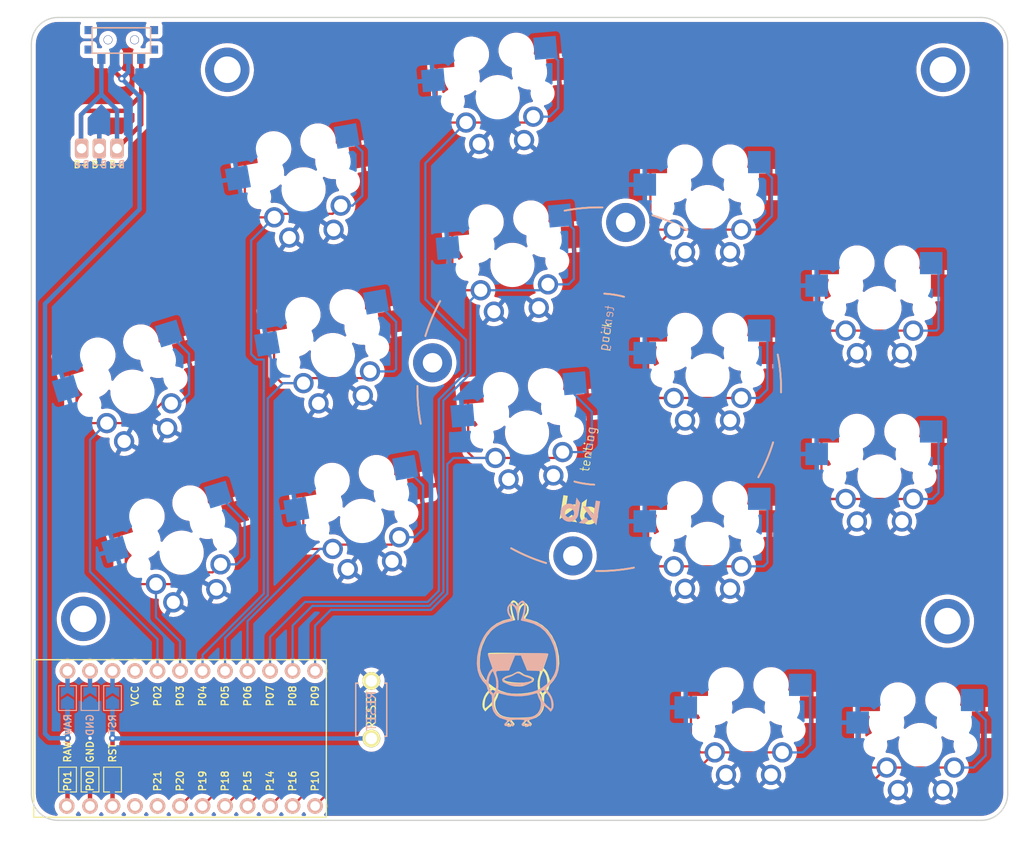
<source format=kicad_pcb>
(kicad_pcb (version 20211014) (generator pcbnew)
  (title_block (title "batta_choc") (rev "v1.0.0") (company "Unknown"))
  (layers (0 "F.Cu" signal) (31 "B.Cu" signal) (34 "B.Paste" user) (35 "F.Paste" user) (36 "B.SilkS" user "B.Silkscreen") (37 "F.SilkS" user "F.Silkscreen") (38 "B.Mask" user) (39 "F.Mask" user) (44 "Edge.Cuts" user))
  (net 0 "")
  (net 1 "GND")
  (net 2 "matrix_pinky_home")
  (net 3 "matrix_ring_bottom")
  (net 4 "matrix_ring_home")
  (net 5 "matrix_ring_top")
  (net 6 "matrix_middle_bottom")
  (net 7 "matrix_middle_home")
  (net 8 "matrix_middle_top")
  (net 9 "matrix_index_bottom")
  (net 10 "matrix_index_home")
  (net 11 "matrix_index_top")
  (net 12 "matrix_inner_bottom")
  (net 13 "matrix_inner_home")
  (net 14 "thumb_tucky")
  (net 15 "thumb_reachy")
  (net 16 "RAW")
  (net 17 "RST")
  (net 18 "matrix_pinky_top")
  (net 19 "b+")
  (footprint "Alaa:MX" (layer "F.Cu") (at 249.090824 84.505717 -175)
    (fp_text reference "S7" hide)
    (fp_text value "" hide)
  )
  (footprint "Alaa:MX" (layer "F.Cu") (at 247.434865 65.578018 -175)
    (fp_text reference "S8" hide)
    (fp_text value "" hide)
  )
  (footprint "Alaa:MX" (layer "F.Cu") (at 228.826421 94.688497 -170)
    (fp_text reference "S4" hide)
    (fp_text value "" hide)
  )
  (footprint "Alaa:ProMicro32keys" (layer "F.Cu") (at 212.852 137.954)
    (fp_text reference "MCU1" hide)
    (fp_text value "" hide)
  )
  (footprint "clipboard:588d3aa5-8931-420f-9c57-a8cdf3d19d32" (layer "F.Cu") (at 239.946264 105.656174 -9)
    (fp_text reference "")
    (fp_text value "")
  )
  (footprint "Alaa:MX" (layer "F.Cu") (at 211.766186 116.988841 -163)
    (fp_text reference "S1" hide)
    (fp_text value "" hide)
  )
  (footprint "LOGO" (layer "F.Cu") (at 249.682 130.81)
    (fp_text reference "G***" hide)
    (fp_text value "LOGO" hide)
  )
  (footprint "" (layer "F.Cu") (at 200.66 124.46)
    (fp_text reference "")
    (fp_text value "")
  )
  (footprint "Alaa:MX" (layer "F.Cu") (at 271.115601 115.986367 180)
    (fp_text reference "S9" hide)
    (fp_text value "" hide)
  )
  (footprint "Alaa:MX" (layer "F.Cu") (at 290.515601 108.386367 180)
    (fp_text reference "S12" hide)
    (fp_text value "" hide)
  )
  (footprint "Alaa:MX" (layer "F.Cu") (at 275.740601 136.986367 180)
    (fp_text reference "S14" hide)
    (fp_text value "" hide)
  )
  (footprint "Alaa:MX" (layer "F.Cu") (at 232.125737 113.399844 -170)
    (fp_text reference "S3" hide)
    (fp_text value "" hide)
  )
  (footprint "E73:SPDT_C128955" (layer "F.Cu") (at 204.950615 59.106416)
    (fp_text reference "T2" hide)
    (fp_text value "" hide)
  )
  (footprint "" (layer "F.Cu") (at 297.688 62.484)
    (fp_text reference "")
    (fp_text value "")
  )
  (footprint "" (layer "F.Cu") (at 216.916 62.484)
    (fp_text reference "")
    (fp_text value "")
  )
  (footprint "Alaa:MX" (layer "F.Cu") (at 250.746784 103.433416 -175)
    (fp_text reference "S6" hide)
    (fp_text value "" hide)
  )
  (footprint "" (layer "F.Cu") (at 298.196 124.714)
    (fp_text reference "")
    (fp_text value "")
  )
  (footprint "Alaa:MX" (layer "F.Cu") (at 295.140601 138.696367 180)
    (fp_text reference "S15" hide)
    (fp_text value "" hide)
  )
  (footprint "lib:bat" (layer "F.Cu") (at 202.47 71.374)
    (fp_text reference "PAD1" hide)
    (fp_text value "" hide)
  )
  (footprint "kbd:ResetSW" (layer "F.Cu") (at 233.172 134.704 -90)
    (fp_text reference "B1" hide)
    (fp_text value "")
  )
  (footprint "Alaa:MX" (layer "F.Cu") (at 271.115601 77.986367 180)
    (fp_text reference "S11" hide)
    (fp_text value "" hide)
  )
  (footprint "Alaa:MX" (layer "F.Cu") (at 206.211123 98.81905 -163)
    (fp_text reference "S2" hide)
    (fp_text value "" hide)
  )
  (footprint "Alaa:MX" (layer "F.Cu") (at 290.515601 89.386367 180)
    (fp_text reference "S13" hide)
    (fp_text value "" hide)
  )
  (footprint "Alaa:MX" (layer "F.Cu") (at 225.527106 75.97715 -170)
    (fp_text reference "S5" hide)
    (fp_text value "" hide)
  )
  (footprint "Alaa:MX" (layer "F.Cu") (at 271.115601 96.986367 180)
    (fp_text reference "S10" hide)
    (fp_text value "" hide)
  )
  (footprint "E73:SPDT_C128955" (layer "F.Cu") (at 204.950615 59.106416)
    (fp_text reference "T1" hide)
    (fp_text value "" hide)
  )
  (footprint "LOGO" (layer "B.Cu") (at 249.768888 130.847319 180)
    (fp_text reference "G***" hide)
    (fp_text value "LOGO" hide)
  )
  (gr_line (start 197.803209 147.196367) (end 301.990601 147.196367) (layer "Edge.Cuts") (width 0.15))
  (gr_arc (start 197.803209 147.196367) (mid 195.681895 146.317689) (end 194.803209 144.196367) (layer "Edge.Cuts") (width 0.15))
  (gr_line (start 197.803209 56.581422) (end 301.990601 56.581422) (layer "Edge.Cuts") (width 0.15))
  (gr_arc (start 304.990601 144.196367) (mid 304.111933 146.317709) (end 301.990601 147.196367) (layer "Edge.Cuts") (width 0.15))
  (gr_line (start 194.803209 144.196367) (end 194.803209 59.581422) (layer "Edge.Cuts") (width 0.15))
  (gr_line (start 304.990601 144.196367) (end 304.990601 59.581422) (layer "Edge.Cuts") (width 0.15))
  (gr_arc (start 301.990601 56.581422) (mid 304.111921 57.460102) (end 304.990601 59.581422) (layer "Edge.Cuts") (width 0.15))
  (gr_arc (start 194.803209 59.581422) (mid 195.681889 57.460102) (end 197.803209 56.581422) (layer "Edge.Cuts") (width 0.15))
  (segment (start 201.422 137.954) (end 201.422 141.867523) (width 0.5) (layer "F.Cu") (net 1))
  (via (at 201.422 137.922) (size 0.8) (drill 0.4) (layers "F.Cu" "B.Cu") (net 1))
  (segment (start 201.422 134.117523) (end 201.422 137.954) (width 0.5) (layer "B.Cu") (net 1))
  (segment (start 205.212683 120.531791) (end 208.865289 120.531791) (width 0.25) (layer "F.Cu") (net 2))
  (segment (start 204.694205 113.838848) (end 204.694205 120.013313) (width 0.25) (layer "F.Cu") (net 2))
  (segment (start 204.694205 120.013313) (end 205.212683 120.531791) (width 0.25) (layer "F.Cu") (net 2))
  (segment (start 212.462209 120.531791) (end 208.865289 120.531791) (width 0.25) (layer "F.Cu") (net 2))
  (segment (start 215.252696 119.203554) (end 213.790446 119.203554) (width 0.25) (layer "F.Cu") (net 2))
  (segment (start 216.152331 118.303919) (end 215.252696 119.203554) (width 0.25) (layer "F.Cu") (net 2))
  (segment (start 213.790446 119.203554) (end 212.462209 120.531791) (width 0.25) (layer "F.Cu") (net 2))
  (segment (start 215.86767 110.422777) (end 218.870446 113.425553) (width 0.25) (layer "B.Cu") (net 2))
  (segment (start 217.992081 118.303919) (end 216.152331 118.303919) (width 0.25) (layer "B.Cu") (net 2))
  (segment (start 211.582 130.334) (end 211.582 127) (width 0.25) (layer "B.Cu") (net 2))
  (segment (start 208.865289 124.283289) (end 208.865289 120.531791) (width 0.25) (layer "B.Cu") (net 2))
  (segment (start 218.870446 117.425554) (end 217.992081 118.303919) (width 0.25) (layer "B.Cu") (net 2))
  (segment (start 211.582 127) (end 208.865289 124.283289) (width 0.25) (layer "B.Cu") (net 2))
  (segment (start 218.870446 113.425553) (end 218.870446 117.425554) (width 0.25) (layer "B.Cu") (net 2))
  (segment (start 228.814686 116.562855) (end 229.299541 116.078) (width 0.25) (layer "F.Cu") (net 3))
  (segment (start 225.490357 116.016357) (end 226.036855 116.562855) (width 0.25) (layer "F.Cu") (net 3))
  (segment (start 229.299541 116.078) (end 235.480577 116.078) (width 0.25) (layer "F.Cu") (net 3))
  (segment (start 225.490357 109.411473) (end 225.490357 116.016357) (width 0.25) (layer "F.Cu") (net 3))
  (segment (start 226.036855 116.562855) (end 228.814686 116.562855) (width 0.25) (layer "F.Cu") (net 3))
  (segment (start 235.480577 116.078) (end 236.318921 115.239656) (width 0.25) (layer "F.Cu") (net 3))
  (segment (start 239.014 109.399717) (end 239.014 114.3) (width 0.25) (layer "B.Cu") (net 3))
  (segment (start 227.353145 116.562855) (end 228.814686 116.562855) (width 0.25) (layer "B.Cu") (net 3))
  (segment (start 236.996851 107.382568) (end 239.014 109.399717) (width 0.25) (layer "B.Cu") (net 3))
  (segment (start 219.202 130.334) (end 219.202 124.714) (width 0.25) (layer "B.Cu") (net 3))
  (segment (start 238.074344 115.239656) (end 236.318921 115.239656) (width 0.25) (layer "B.Cu") (net 3))
  (segment (start 239.014 114.3) (end 238.074344 115.239656) (width 0.25) (layer "B.Cu") (net 3))
  (segment (start 219.202 124.714) (end 227.353145 116.562855) (width 0.25) (layer "B.Cu") (net 3))
  (segment (start 225.51537 97.851508) (end 226.084878 97.282) (width 0.25) (layer "F.Cu") (net 4))
  (segment (start 222.191041 96.969041) (end 223.073508 97.851508) (width 0.25) (layer "F.Cu") (net 4))
  (segment (start 226.084878 97.282) (end 232.265914 97.282) (width 0.25) (layer "F.Cu") (net 4))
  (segment (start 232.265914 97.282) (end 233.019605 96.528309) (width 0.25) (layer "F.Cu") (net 4))
  (segment (start 222.191041 90.700126) (end 222.191041 96.969041) (width 0.25) (layer "F.Cu") (net 4))
  (segment (start 223.073508 97.851508) (end 225.51537 97.851508) (width 0.25) (layer "F.Cu") (net 4))
  (segment (start 223.204492 97.851508) (end 225.51537 97.851508) (width 0.25) (layer "B.Cu") (net 4))
  (segment (start 235.966 96.266) (end 235.703691 96.528309) (width 0.25) (layer "B.Cu") (net 4))
  (segment (start 221.488 99.568) (end 223.204492 97.851508) (width 0.25) (layer "B.Cu") (net 4))
  (segment (start 216.662 130.334) (end 216.662 126.618282) (width 0.25) (layer "B.Cu") (net 4))
  (segment (start 216.662 126.618282) (end 221.488 121.792282) (width 0.25) (layer "B.Cu") (net 4))
  (segment (start 235.703691 96.528309) (end 233.019605 96.528309) (width 0.25) (layer "B.Cu") (net 4))
  (segment (start 233.697535 88.671221) (end 234.058463 89.032149) (width 0.25) (layer "B.Cu") (net 4))
  (segment (start 235.966 90.932) (end 235.966 96.266) (width 0.25) (layer "B.Cu") (net 4))
  (segment (start 234.066149 89.032149) (end 235.966 90.932) (width 0.25) (layer "B.Cu") (net 4))
  (segment (start 234.058463 89.032149) (end 234.066149 89.032149) (width 0.25) (layer "B.Cu") (net 4))
  (segment (start 221.488 121.792282) (end 221.488 99.568) (width 0.25) (layer "B.Cu") (net 4))
  (segment (start 218.891726 71.988779) (end 218.891726 78.429726) (width 0.25) (layer "F.Cu") (net 5))
  (segment (start 218.891726 78.429726) (end 219.602161 79.140161) (width 0.25) (layer "F.Cu") (net 5))
  (segment (start 222.216055 79.140161) (end 222.616216 78.74) (width 0.25) (layer "F.Cu") (net 5))
  (segment (start 222.616216 78.74) (end 228.797252 78.74) (width 0.25) (layer "F.Cu") (net 5))
  (segment (start 228.797252 78.74) (end 229.72029 77.816962) (width 0.25) (layer "F.Cu") (net 5))
  (segment (start 219.602161 79.140161) (end 222.216055 79.140161) (width 0.25) (layer "F.Cu") (net 5))
  (segment (start 232.156 76.708) (end 231.047038 77.816962) (width 0.25) (layer "B.Cu") (net 5))
  (segment (start 232.156 71.717654) (end 232.156 76.708) (width 0.25) (layer "B.Cu") (net 5))
  (segment (start 220.234802 95.194794) (end 219.610302 94.570294) (width 0.25) (layer "B.Cu") (net 5))
  (segment (start 221.03848 95.194794) (end 220.234802 95.194794) (width 0.25) (layer "B.Cu") (net 5))
  (segment (start 231.047038 77.816962) (end 229.72029 77.816962) (width 0.25) (layer "B.Cu") (net 5))
  (segment (start 219.610302 94.570294) (end 219.610302 81.745914) (width 0.25) (layer "B.Cu") (net 5))
  (segment (start 230.39822 69.959874) (end 232.156 71.717654) (width 0.25) (layer "B.Cu") (net 5))
  (segment (start 219.610302 81.745914) (end 222.216055 79.140161) (width 0.25) (layer "B.Cu") (net 5))
  (segment (start 214.122 128.522564) (end 221.03848 121.606084) (width 0.25) (layer "B.Cu") (net 5))
  (segment (start 214.122 130.334) (end 214.122 128.522564) (width 0.25) (layer "B.Cu") (net 5))
  (segment (start 221.03848 121.606084) (end 221.03848 95.194794) (width 0.25) (layer "B.Cu") (net 5))
  (segment (start 244.725814 106.295814) (end 247.172658 106.295814) (width 0.25) (layer "F.Cu") (net 6))
  (segment (start 244.094 99.272174) (end 244.094 105.664) (width 0.25) (layer "F.Cu") (net 6))
  (segment (start 244.094 105.664) (end 244.725814 106.295814) (width 0.25) (layer "F.Cu") (net 6))
  (segment (start 254.099534 106.295814) (end 254.763661 105.631687) (width 0.25) (layer "F.Cu") (net 6))
  (segment (start 244.484263 98.881911) (end 244.094 99.272174) (width 0.25) (layer "F.Cu") (net 6))
  (segment (start 247.172658 106.295814) (end 254.099534 106.295814) (width 0.25) (layer "F.Cu") (net 6))
  (segment (start 256.123802 97.863583) (end 256.123802 99.151802) (width 0.25) (layer "B.Cu") (net 6))
  (segment (start 228.6 123.444) (end 239.904395 123.444) (width 0.25) (layer "B.Cu") (net 6))
  (segment (start 226.822 125.222) (end 228.6 123.444) (width 0.25) (layer "B.Cu") (net 6))
  (segment (start 258.064 104.648) (end 257.080313 105.631687) (width 0.25) (layer "B.Cu") (net 6))
  (segment (start 242.446186 106.295814) (end 247.172658 106.295814) (width 0.25) (layer "B.Cu") (net 6))
  (segment (start 241.75 121.598395) (end 241.75 106.992) (width 0.25) (layer "B.Cu") (net 6))
  (segment (start 241.75 106.992) (end 242.446186 106.295814) (width 0.25) (layer "B.Cu") (net 6))
  (segment (start 239.904395 123.444) (end 241.75 121.598395) (width 0.25) (layer "B.Cu") (net 6))
  (segment (start 256.123802 99.151802) (end 258.064 101.092) (width 0.25) (layer "B.Cu") (net 6))
  (segment (start 258.064 101.092) (end 258.064 104.648) (width 0.25) (layer "B.Cu") (net 6))
  (segment (start 257.080313 105.631687) (end 254.763661 105.631687) (width 0.25) (layer "B.Cu") (net 6))
  (segment (start 226.822 130.334) (end 226.822 125.222) (width 0.25) (layer "B.Cu") (net 6))
  (segment (start 243.070115 87.368115) (end 245.516698 87.368115) (width 0.25) (layer "F.Cu") (net 7))
  (segment (start 242.828303 79.954212) (end 242.316 80.466515) (width 0.25) (layer "F.Cu") (net 7))
  (segment (start 242.316 86.614) (end 243.070115 87.368115) (width 0.25) (layer "F.Cu") (net 7))
  (segment (start 242.316 80.466515) (end 242.316 86.614) (width 0.25) (layer "F.Cu") (net 7))
  (segment (start 245.516698 87.368115) (end 252.443574 87.368115) (width 0.25) (layer "B.Cu") (net 7))
  (segment (start 241.3 121.411999) (end 241.3 99.822) (width 0.25) (layer "B.Cu") (net 7))
  (segment (start 224.282 125.222) (end 226.50952 122.99448) (width 0.25) (layer "B.Cu") (net 7))
  (segment (start 241.3 99.822) (end 244.348 96.774) (width 0.25) (layer "B.Cu") (net 7))
  (segment (start 239.717519 122.99448) (end 241.3 121.411999) (width 0.25) (layer "B.Cu") (net 7))
  (segment (start 226.50952 122.99448) (end 239.717519 122.99448) (width 0.25) (layer "B.Cu") (net 7))
  (segment (start 255.434012 86.703988) (end 253.107701 86.703988) (width 0.25) (layer "B.Cu") (net 7))
  (segment (start 224.282 130.334) (end 224.282 125.222) (width 0.25) (layer "B.Cu") (net 7))
  (segment (start 256.032 86.106) (end 255.434012 86.703988) (width 0.25) (layer "B.Cu") (net 7))
  (segment (start 244.348 88.536813) (end 245.516698 87.368115) (width 0.25) (layer "B.Cu") (net 7))
  (segment (start 252.443574 87.368115) (end 253.107701 86.703988) (width 0.25) (layer "B.Cu") (net 7))
  (segment (start 244.348 96.774) (end 244.348 88.536813) (width 0.25) (layer "B.Cu") (net 7))
  (segment (start 256.032 80.500042) (end 256.032 86.106) (width 0.25) (layer "B.Cu") (net 7))
  (segment (start 254.467842 78.935884) (end 256.032 80.500042) (width 0.25) (layer "B.Cu") (net 7))
  (segment (start 241.414416 68.440416) (end 243.860739 68.440416) (width 0.25) (layer "F.Cu") (net 8))
  (segment (start 241.172344 61.026513) (end 240.538 61.660857) (width 0.25) (layer "F.Cu") (net 8))
  (segment (start 240.538 67.564) (end 241.414416 68.440416) (width 0.25) (layer "F.Cu") (net 8))
  (segment (start 240.538 61.660857) (end 240.538 67.564) (width 0.25) (layer "F.Cu") (net 8))
  (segment (start 250.787615 68.440416) (end 251.451742 67.776289) (width 0.25) (layer "F.Cu") (net 8))
  (segment (start 243.860739 68.440416) (end 250.787615 68.440416) (width 0.25) (layer "F.Cu") (net 8))
  (segment (start 243.84 96.646282) (end 243.84 92.964) (width 0.25) (layer "B.Cu") (net 8))
  (segment (start 243.84 92.964) (end 239.268 88.392) (width 0.25) (layer "B.Cu") (net 8))
  (segment (start 252.811883 60.008185) (end 254.254 61.450302) (width 0.25) (layer "B.Cu") (net 8))
  (segment (start 225.68904 122.54496) (end 239.531322 122.54496) (width 0.25) (layer "B.Cu") (net 8))
  (segment (start 254.254 66.802) (end 253.279711 67.776289) (width 0.25) (layer "B.Cu") (net 8))
  (segment (start 240.792 99.694282) (end 243.84 96.646282) (width 0.25) (layer "B.Cu") (net 8))
  (segment (start 240.792 121.284282) (end 240.792 99.694282) (width 0.25) (layer "B.Cu") (net 8))
  (segment (start 253.279711 67.776289) (end 251.451742 67.776289) (width 0.25) (layer "B.Cu") (net 8))
  (segment (start 221.742 126.492) (end 225.68904 122.54496) (width 0.25) (layer "B.Cu") (net 8))
  (segment (start 254.254 61.450302) (end 254.254 66.802) (width 0.25) (layer "B.Cu") (net 8))
  (segment (start 239.531322 122.54496) (end 240.792 121.284282) (width 0.25) (layer "B.Cu") (net 8))
  (segment (start 221.742 130.334) (end 221.742 126.492) (width 0.25) (layer "B.Cu") (net 8))
  (segment (start 239.268 73.033155) (end 243.860739 68.440416) (width 0.25) (layer "B.Cu") (net 8))
  (segment (start 239.268 88.392) (end 239.268 73.033155) (width 0.25) (layer "B.Cu") (net 8))
  (segment (start 265.084367 118.526367) (end 267.305601 118.526367) (width 0.25) (layer "F.Cu") (net 9))
  (segment (start 261.05352 141.156197) (end 261.05352 119.43848) (width 0.25) (layer "F.Cu") (net 9))
  (segment (start 216.662 145.574) (end 219.85896 142.37704) (width 0.25) (layer "F.Cu") (net 9))
  (segment (start 259.832678 142.37704) (end 261.05352 141.156197) (width 0.25) (layer "F.Cu") (net 9))
  (segment (start 264.414 117.856) (end 265.084367 118.526367) (width 0.25) (layer "F.Cu") (net 9))
  (segment (start 264.414 111.765968) (end 264.414 117.856) (width 0.25) (layer "F.Cu") (net 9))
  (segment (start 261.05352 119.43848) (end 261.965633 118.526367) (width 0.25) (layer "F.Cu") (net 9))
  (segment (start 267.305601 118.526367) (end 274.925601 118.526367) (width 0.25) (layer "F.Cu") (net 9))
  (segment (start 261.965633 118.526367) (end 267.305601 118.526367) (width 0.25) (layer "F.Cu") (net 9))
  (segment (start 265.273601 110.906367) (end 264.414 111.765968) (width 0.25) (layer "F.Cu") (net 9))
  (segment (start 219.85896 142.37704) (end 259.832678 142.37704) (width 0.25) (layer "F.Cu") (net 9))
  (segment (start 276.957601 110.906367) (end 277.876 111.824766) (width 0.25) (layer "B.Cu") (net 9))
  (segment (start 277.876 118.11) (end 277.459633 118.526367) (width 0.25) (layer "B.Cu") (net 9))
  (segment (start 277.459633 118.526367) (end 274.925601 118.526367) (width 0.25) (layer "B.Cu") (net 9))
  (segment (start 277.876 111.824766) (end 277.876 118.11) (width 0.25) (layer "B.Cu") (net 9))
  (segment (start 260.604 100.838) (end 261.915633 99.526367) (width 0.25) (layer "F.Cu") (net 10))
  (segment (start 264.414 98.552) (end 265.388367 99.526367) (width 0.25) (layer "F.Cu") (net 10))
  (segment (start 265.273601 91.906367) (end 264.414 92.765968) (width 0.25) (layer "F.Cu") (net 10))
  (segment (start 260.604 140.97) (end 260.604 100.838) (width 0.25) (layer "F.Cu") (net 10))
  (segment (start 264.414 92.765968) (end 264.414 98.552) (width 0.25) (layer "F.Cu") (net 10))
  (segment (start 214.122 145.574) (end 217.76848 141.92752) (width 0.25) (layer "F.Cu") (net 10))
  (segment (start 217.76848 141.92752) (end 259.64648 141.92752) (width 0.25) (layer "F.Cu") (net 10))
  (segment (start 259.64648 141.92752) (end 260.604 140.97) (width 0.25) (layer "F.Cu") (net 10))
  (segment (start 265.388367 99.526367) (end 267.305601 99.526367) (width 0.25) (layer "F.Cu") (net 10))
  (segment (start 267.305601 99.526367) (end 274.925601 99.526367) (width 0.25) (layer "F.Cu") (net 10))
  (segment (start 261.915633 99.526367) (end 267.305601 99.526367) (width 0.25) (layer "F.Cu") (net 10))
  (segment (start 276.957601 91.906367) (end 277.876 92.824766) (width 0.25) (layer "B.Cu") (net 10))
  (segment (start 277.876 98.552) (end 276.901633 99.526367) (width 0.25) (layer "B.Cu") (net 10))
  (segment (start 276.901633 99.526367) (end 274.925601 99.526367) (width 0.25) (layer "B.Cu") (net 10))
  (segment (start 277.876 92.824766) (end 277.876 98.552) (width 0.25) (layer "B.Cu") (net 10))
  (segment (start 265.273601 72.906367) (end 264.668 73.511968) (width 0.25) (layer "F.Cu") (net 11))
  (segment (start 267.305601 80.526367) (end 274.925601 80.526367) (width 0.25) (layer "F.Cu") (net 11))
  (segment (start 260.15448 87.57152) (end 267.199633 80.526367) (width 0.25) (layer "F.Cu") (net 11))
  (segment (start 264.668 73.511968) (end 264.668 79.756) (width 0.25) (layer "F.Cu") (net 11))
  (segment (start 260.15448 140.716) (end 260.15448 87.57152) (width 0.25) (layer "F.Cu") (net 11))
  (segment (start 264.668 79.756) (end 265.438367 80.526367) (width 0.25) (layer "F.Cu") (net 11))
  (segment (start 211.582 145.574) (end 215.678 141.478) (width 0.25) (layer "F.Cu") (net 11))
  (segment (start 267.199633 80.526367) (end 267.305601 80.526367) (width 0.25) (layer "F.Cu") (net 11))
  (segment (start 215.678 141.478) (end 259.39248 141.478) (width 0.25) (layer "F.Cu") (net 11))
  (segment (start 265.438367 80.526367) (end 267.305601 80.526367) (width 0.25) (layer "F.Cu") (net 11))
  (segment (start 259.39248 141.478) (end 260.15448 140.716) (width 0.25) (layer "F.Cu") (net 11))
  (segment (start 278.384 74.676) (end 278.384 78.994) (width 0.25) (layer "B.Cu") (net 11))
  (segment (start 276.957601 72.906367) (end 276.957601 73.249601) (width 0.25) (layer "B.Cu") (net 11))
  (segment (start 276.851633 80.526367) (end 274.925601 80.526367) (width 0.25) (layer "B.Cu") (net 11))
  (segment (start 276.957601 73.249601) (end 278.384 74.676) (width 0.25) (layer "B.Cu") (net 11))
  (segment (start 278.384 78.994) (end 276.851633 80.526367) (width 0.25) (layer "B.Cu") (net 11))
  (segment (start 283.972 109.982) (end 284.916367 110.926367) (width 0.25) (layer "F.Cu") (net 12))
  (segment (start 261.95256 128.954876) (end 262.695916 128.21152) (width 0.25) (layer "F.Cu") (net 12))
  (segment (start 284.673601 103.306367) (end 283.972 104.007968) (width 0.25) (layer "F.Cu") (net 12))
  (segment (start 260.205074 143.276079) (end 261.95256 141.528591) (width 0.25) (layer "F.Cu") (net 12))
  (segment (start 221.742 145.574) (end 224.03992 143.27608) (width 0.25) (layer "F.Cu") (net 12))
  (segment (start 262.695916 128.21152) (end 278.44248 128.21152) (width 0.25) (layer "F.Cu") (net 12))
  (segment (start 224.03992 143.27608) (end 260.205074 143.276079) (width 0.25) (layer "F.Cu") (net 12))
  (segment (start 281.432 112.014) (end 282.519633 110.926367) (width 0.25) (layer "F.Cu") (net 12))
  (segment (start 281.432 125.222) (end 281.432 112.014) (width 0.25) (layer "F.Cu") (net 12))
  (segment (start 283.972 104.007968) (end 283.972 109.982) (width 0.25) (layer "F.Cu") (net 12))
  (segment (start 278.44248 128.21152) (end 281.432 125.222) (width 0.25) (layer "F.Cu") (net 12))
  (segment (start 286.705601 110.926367) (end 294.325601 110.926367) (width 0.25) (layer "F.Cu") (net 12))
  (segment (start 261.95256 141.528591) (end 261.95256 128.954876) (width 0.25) (layer "F.Cu") (net 12))
  (segment (start 282.519633 110.926367) (end 286.705601 110.926367) (width 0.25) (layer "F.Cu") (net 12))
  (segment (start 284.916367 110.926367) (end 286.705601 110.926367) (width 0.25) (layer "F.Cu") (net 12))
  (segment (start 296.489633 110.926367) (end 294.325601 110.926367) (width 0.25) (layer "B.Cu") (net 12))
  (segment (start 296.357601 103.306367) (end 297.18 104.128766) (width 0.25) (layer "B.Cu") (net 12))
  (segment (start 297.18 110.236) (end 296.489633 110.926367) (width 0.25) (layer "B.Cu") (net 12))
  (segment (start 297.18 104.128766) (end 297.18 110.236) (width 0.25) (layer "B.Cu") (net 12))
  (segment (start 278.13 127.762) (end 280.982 124.91) (width 0.25) (layer "F.Cu") (net 13))
  (segment (start 221.94944 142.82656) (end 260.018876 142.82656) (width 0.25) (layer "F.Cu") (net 13))
  (segment (start 283.718 85.261968) (end 283.718 90.932) (width 0.25) (layer "F.Cu") (net 13))
  (segment (start 260.018876 142.82656) (end 261.50304 141.342394) (width 0.25) (layer "F.Cu") (net 13))
  (segment (start 262.509718 127.762) (end 278.13 127.762) (width 0.25) (layer "F.Cu") (net 13))
  (segment (start 284.673601 84.306367) (end 283.718 85.261968) (width 0.25) (layer "F.Cu") (net 13))
  (segment (start 281.707633 91.926367) (end 286.705601 91.926367) (width 0.25) (layer "F.Cu") (net 13))
  (segment (start 280.982 124.91) (end 280.982 92.652) (width 0.25) (layer "F.Cu") (net 13))
  (segment (start 284.712367 91.926367) (end 286.705601 91.926367) (width 0.25) (layer "F.Cu") (net 13))
  (segment (start 261.50304 141.342394) (end 261.50304 128.768678) (width 0.25) (layer "F.Cu") (net 13))
  (segment (start 261.50304 128.768678) (end 262.509718 127.762) (width 0.25) (layer "F.Cu") (net 13))
  (segment (start 219.202 145.574) (end 221.94944 142.82656) (width 0.25) (layer "F.Cu") (net 13))
  (segment (start 286.705601 91.926367) (end 294.325601 91.926367) (width 0.25) (layer "F.Cu") (net 13))
  (segment (start 283.718 90.932) (end 284.712367 91.926367) (width 0.25) (layer "F.Cu") (net 13))
  (segment (start 280.982 92.652) (end 281.707633 91.926367) (width 0.25) (layer "F.Cu") (net 13))
  (segment (start 297.18 91.694) (end 296.947633 91.926367) (width 0.25) (layer "B.Cu") (net 13))
  (segment (start 297.18 85.128766) (end 297.18 91.694) (width 0.25) (layer "B.Cu") (net 13))
  (segment (start 296.947633 91.926367) (end 294.325601 91.926367) (width 0.25) (layer "B.Cu") (net 13))
  (segment (start 296.357601 84.306367) (end 297.18 85.128766) (width 0.25) (layer "B.Cu") (net 13))
  (segment (start 271.930601 139.526367) (end 267.730888 143.72608) (width 0.25) (layer "F.Cu") (net 14))
  (segment (start 269.24 138.43) (end 270.336367 139.526367) (width 0.25) (layer "F.Cu") (net 14))
  (segment (start 270.336367 139.526367) (end 271.930601 139.526367) (width 0.25) (layer "F.Cu") (net 14))
  (segment (start 267.730888 143.72608) (end 226.12992 143.72608) (width 0.25) (layer "F.Cu") (net 14))
  (segment (start 226.12992 143.72608) (end 224.282 145.574) (width 0.25) (layer "F.Cu") (net 14))
  (segment (start 269.898601 131.906367) (end 269.24 132.564968) (width 0.25) (layer "F.Cu") (net 14))
  (segment (start 269.24 132.564968) (end 269.24 138.43) (width 0.25) (layer "F.Cu") (net 14))
  (segment (start 271.930601 139.526367) (end 279.550601 139.526367) (width 0.25) (layer "F.Cu") (net 14))
  (segment (start 282.702 133.025766) (end 282.702 138.684) (width 0.25) (layer "B.Cu") (net 14))
  (segment (start 281.582601 131.906367) (end 282.702 133.025766) (width 0.25) (layer "B.Cu") (net 14))
  (segment (start 282.702 138.684) (end 281.859633 139.526367) (width 0.25) (layer "B.Cu") (net 14))
  (segment (start 281.859633 139.526367) (end 279.550601 139.526367) (width 0.25) (layer "B.Cu") (net 14))
  (segment (start 291.330601 141.236367) (end 298.950601 141.236367) (width 0.25) (layer "F.Cu") (net 15))
  (segment (start 289.064367 141.236367) (end 291.330601 141.236367) (width 0.25) (layer "F.Cu") (net 15))
  (segment (start 288.390888 144.17608) (end 291.330601 141.236367) (width 0.25) (layer "F.Cu") (net 15))
  (segment (start 288.29 134.624968) (end 288.29 140.462) (width 0.25) (layer "F.Cu") (net 15))
  (segment (start 226.822 145.574) (end 228.21992 144.17608) (width 0.25) (layer "F.Cu") (net 15))
  (segment (start 288.29 140.462) (end 289.064367 141.236367) (width 0.25) (layer "F.Cu") (net 15))
  (segment (start 289.298601 133.616367) (end 288.29 134.624968) (width 0.25) (layer "F.Cu") (net 15))
  (segment (start 228.21992 144.17608) (end 288.390888 144.17608) (width 0.25) (layer "F.Cu") (net 15))
  (segment (start 301.147972 141.236367) (end 298.950601 141.236367) (width 0.25) (layer "B.Cu") (net 15))
  (segment (start 300.982601 134.358601) (end 302.514 135.89) (width 0.25) (layer "B.Cu") (net 15))
  (segment (start 302.514 139.870339) (end 301.147972 141.236367) (width 0.25) (layer "B.Cu") (net 15))
  (segment (start 302.514 135.89) (end 302.514 139.870339) (width 0.25) (layer "B.Cu") (net 15))
  (segment (start 300.982601 133.616367) (end 300.982601 134.358601) (width 0.25) (layer "B.Cu") (net 15))
  (segment (start 204.200615 61.181416) (end 204.200615 62.691688) (width 0.5) (layer "F.Cu") (net 16))
  (segment (start 204.200615 62.691688) (end 205.002642 63.493715) (width 0.5) (layer "F.Cu") (net 16))
  (segment (start 198.882 141.867523) (end 198.882 137.954) (width 0.5) (layer "F.Cu") (net 16))
  (via (at 205.002642 63.493715) (size 0.8) (drill 0.4) (layers "F.Cu" "B.Cu") (net 16))
  (via (at 198.882 137.922) (size 0.8) (drill 0.4) (layers "F.Cu" "B.Cu") (net 16))
  (segment (start 207.01 65.501073) (end 205.002642 63.493715) (width 0.5) (layer "B.Cu") (net 16))
  (segment (start 198.882 134.117523) (end 198.882 137.954) (width 0.55) (layer "B.Cu") (net 16))
  (segment (start 198.882 137.922) (end 196.85 137.922) (width 0.5) (layer "B.Cu") (net 16))
  (segment (start 196.342 137.414) (end 196.342 88.9) (width 0.5) (layer "B.Cu") (net 16))
  (segment (start 196.342 88.9) (end 207.01 78.232) (width 0.5) (layer "B.Cu") (net 16))
  (segment (start 205.752 62.744326) (end 205.054027 63.442299) (width 0.5) (layer "B.Cu") (net 16))
  (segment (start 196.85 137.922) (end 196.342 137.414) (width 0.5) (layer "B.Cu") (net 16))
  (segment (start 205.752 61.13) (end 205.752 62.744326) (width 0.5) (layer "B.Cu") (net 16))
  (segment (start 207.01 78.232) (end 207.01 65.501073) (width 0.5) (layer "B.Cu") (net 16))
  (segment (start 203.962 141.867523) (end 203.962 137.954) (width 0.5) (layer "F.Cu") (net 17))
  (via (at 203.962 137.922) (size 0.8) (drill 0.4) (layers "F.Cu" "B.Cu") (net 17))
  (segment (start 203.962 137.954) (end 233.172 137.954) (width 0.5) (layer "B.Cu") (net 17))
  (segment (start 203.962 134.117523) (end 203.962 137.954) (width 0.5) (layer "B.Cu") (net 17))
  (segment (start 200.758892 102.362) (end 203.310226 102.362) (width 0.25) (layer "F.Cu") (net 18))
  (segment (start 199.139142 95.669057) (end 199.139142 100.74225) (width 0.25) (layer "F.Cu") (net 18))
  (segment (start 203.310226 102.362) (end 207.264 102.362) (width 0.25) (layer "F.Cu") (net 18))
  (segment (start 207.264 102.362) (end 209.491872 100.134128) (width 0.25) (layer "F.Cu") (net 18))
  (segment (start 199.139142 100.74225) (end 200.758892 102.362) (width 0.25) (layer "F.Cu") (net 18))
  (segment (start 209.491872 100.134128) (end 210.597268 100.134128) (width 0.25) (layer "F.Cu") (net 18))
  (segment (start 201.422 119.126) (end 201.422 104.250226) (width 0.25) (layer "B.Cu") (net 18))
  (segment (start 211.523872 100.134128) (end 210.597268 100.134128) (width 0.25) (layer "B.Cu") (net 18))
  (segment (start 209.042 130.334) (end 209.042 126.746) (width 0.25) (layer "B.Cu") (net 18))
  (segment (start 210.312607 92.252986) (end 212.598 94.538379) (width 0.25) (layer "B.Cu") (net 18))
  (segment (start 212.598 99.06) (end 211.523872 100.134128) (width 0.25) (layer "B.Cu") (net 18))
  (segment (start 212.598 94.538379) (end 212.598 99.06) (width 0.25) (layer "B.Cu") (net 18))
  (segment (start 201.422 104.250226) (end 203.310226 102.362) (width 0.25) (layer "B.Cu") (net 18))
  (segment (start 209.042 126.746) (end 201.422 119.126) (width 0.25) (layer "B.Cu") (net 18))
  (segment (start 207.200615 65.341385) (end 205.422 67.12) (width 0.5) (layer "F.Cu") (net 19))
  (segment (start 205.422 67.12) (end 200.85 67.12) (width 0.5) (layer "F.Cu") (net 19))
  (segment (start 200.406 67.564) (end 200.406 71.31) (width 0.5) (layer "F.Cu") (net 19))
  (segment (start 200.85 67.12) (end 200.406 67.564) (width 0.5) (layer "F.Cu") (net 19))
  (segment (start 200.406 71.31) (end 200.47 71.374) (width 0.5) (layer "F.Cu") (net 19))
  (segment (start 207.200615 61.181416) (end 207.200615 68.643385) (width 0.5) (layer "F.Cu") (net 19))
  (segment (start 207.200615 61.181416) (end 207.200615 65.341385) (width 0.5) (layer "F.Cu") (net 19))
  (segment (start 207.200615 68.643385) (end 204.47 71.374) (width 0.5) (layer "F.Cu") (net 19))
  (segment (start 202.700615 65.269385) (end 204.47 67.03877) (width 0.5) (layer "B.Cu") (net 19))
  (segment (start 202.700615 61.181416) (end 202.700615 65.269385) (width 0.5) (layer "B.Cu") (net 19))
  (segment (start 200.406 71.31) (end 200.47 71.374) (width 0.5) (layer "B.Cu") (net 19))
  (segment (start 204.47 67.03877) (end 204.47 71.374) (width 0.5) (layer "B.Cu") (net 19))
  (segment (start 202.700615 65.269385) (end 200.406 67.564) (width 0.5) (layer "B.Cu") (net 19))
  (segment (start 200.406 67.564) (end 200.406 71.31) (width 0.5) (layer "B.Cu") (net 19))
  (zone (net 1) (net_name "GND") (layers F&B.Cu) (connect_pads (clearance 0.508)) (min_thickness 0.254) (fill yes (thermal_gap 0.508) (thermal_bridge_width 0.508) (island_removal_mode 1) (island_area_min 0))
    (polygon (pts (xy 306.832 151.892) (xy 191.262 150.876) (xy 192.278 54.61) (xy 306.832 54.864)))
  )
)
</source>
